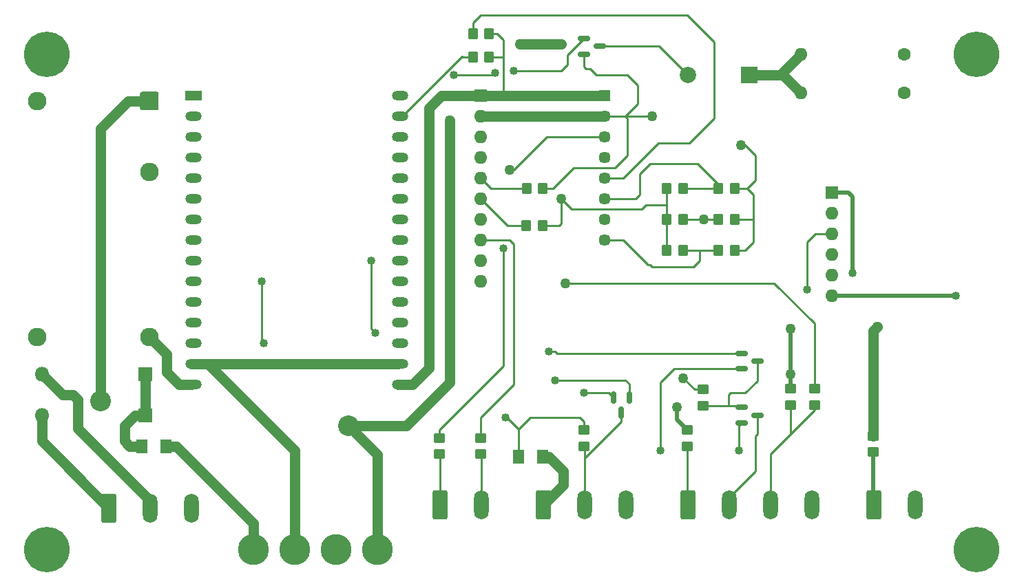
<source format=gbr>
%TF.GenerationSoftware,KiCad,Pcbnew,8.0.8+1*%
%TF.CreationDate,2025-02-28T13:11:41+11:00*%
%TF.ProjectId,mcomms,6d636f6d-6d73-42e6-9b69-6361645f7063,rev?*%
%TF.SameCoordinates,Original*%
%TF.FileFunction,Copper,L1,Top*%
%TF.FilePolarity,Positive*%
%FSLAX46Y46*%
G04 Gerber Fmt 4.6, Leading zero omitted, Abs format (unit mm)*
G04 Created by KiCad (PCBNEW 8.0.8+1) date 2025-02-28 13:11:41*
%MOMM*%
%LPD*%
G01*
G04 APERTURE LIST*
G04 Aperture macros list*
%AMRoundRect*
0 Rectangle with rounded corners*
0 $1 Rounding radius*
0 $2 $3 $4 $5 $6 $7 $8 $9 X,Y pos of 4 corners*
0 Add a 4 corners polygon primitive as box body*
4,1,4,$2,$3,$4,$5,$6,$7,$8,$9,$2,$3,0*
0 Add four circle primitives for the rounded corners*
1,1,$1+$1,$2,$3*
1,1,$1+$1,$4,$5*
1,1,$1+$1,$6,$7*
1,1,$1+$1,$8,$9*
0 Add four rect primitives between the rounded corners*
20,1,$1+$1,$2,$3,$4,$5,0*
20,1,$1+$1,$4,$5,$6,$7,0*
20,1,$1+$1,$6,$7,$8,$9,0*
20,1,$1+$1,$8,$9,$2,$3,0*%
G04 Aperture macros list end*
%TA.AperFunction,SMDPad,CuDef*%
%ADD10RoundRect,0.250000X0.350000X0.450000X-0.350000X0.450000X-0.350000X-0.450000X0.350000X-0.450000X0*%
%TD*%
%TA.AperFunction,SMDPad,CuDef*%
%ADD11RoundRect,0.150000X-0.150000X0.587500X-0.150000X-0.587500X0.150000X-0.587500X0.150000X0.587500X0*%
%TD*%
%TA.AperFunction,ComponentPad*%
%ADD12C,2.600000*%
%TD*%
%TA.AperFunction,ConnectorPad*%
%ADD13C,3.800000*%
%TD*%
%TA.AperFunction,ComponentPad*%
%ADD14RoundRect,0.250000X-0.650000X-1.550000X0.650000X-1.550000X0.650000X1.550000X-0.650000X1.550000X0*%
%TD*%
%TA.AperFunction,ComponentPad*%
%ADD15O,1.800000X3.600000*%
%TD*%
%TA.AperFunction,SMDPad,CuDef*%
%ADD16RoundRect,0.250000X-0.350000X-0.450000X0.350000X-0.450000X0.350000X0.450000X-0.350000X0.450000X0*%
%TD*%
%TA.AperFunction,ComponentPad*%
%ADD17C,1.600000*%
%TD*%
%TA.AperFunction,ComponentPad*%
%ADD18O,1.600000X1.600000*%
%TD*%
%TA.AperFunction,SMDPad,CuDef*%
%ADD19RoundRect,0.250000X-0.450000X0.350000X-0.450000X-0.350000X0.450000X-0.350000X0.450000X0.350000X0*%
%TD*%
%TA.AperFunction,ComponentPad*%
%ADD20RoundRect,0.250000X0.893000X0.893000X-0.893000X0.893000X-0.893000X-0.893000X0.893000X-0.893000X0*%
%TD*%
%TA.AperFunction,ComponentPad*%
%ADD21C,2.286000*%
%TD*%
%TA.AperFunction,SMDPad,CuDef*%
%ADD22RoundRect,0.150000X-0.587500X-0.150000X0.587500X-0.150000X0.587500X0.150000X-0.587500X0.150000X0*%
%TD*%
%TA.AperFunction,ComponentPad*%
%ADD23C,5.600000*%
%TD*%
%TA.AperFunction,ComponentPad*%
%ADD24R,1.450000X1.450000*%
%TD*%
%TA.AperFunction,ComponentPad*%
%ADD25C,1.450000*%
%TD*%
%TA.AperFunction,SMDPad,CuDef*%
%ADD26RoundRect,0.250000X0.450000X-0.350000X0.450000X0.350000X-0.450000X0.350000X-0.450000X-0.350000X0*%
%TD*%
%TA.AperFunction,ComponentPad*%
%ADD27R,2.000000X2.000000*%
%TD*%
%TA.AperFunction,ComponentPad*%
%ADD28C,2.000000*%
%TD*%
%TA.AperFunction,ComponentPad*%
%ADD29R,1.600000X1.600000*%
%TD*%
%TA.AperFunction,SMDPad,CuDef*%
%ADD30RoundRect,0.250001X-0.462499X-0.624999X0.462499X-0.624999X0.462499X0.624999X-0.462499X0.624999X0*%
%TD*%
%TA.AperFunction,ComponentPad*%
%ADD31R,1.800000X1.800000*%
%TD*%
%TA.AperFunction,ComponentPad*%
%ADD32O,1.800000X1.800000*%
%TD*%
%TA.AperFunction,ComponentPad*%
%ADD33R,2.000000X1.200000*%
%TD*%
%TA.AperFunction,ComponentPad*%
%ADD34O,2.000000X1.200000*%
%TD*%
%TA.AperFunction,SMDPad,CuDef*%
%ADD35RoundRect,0.250001X0.462499X0.624999X-0.462499X0.624999X-0.462499X-0.624999X0.462499X-0.624999X0*%
%TD*%
%TA.AperFunction,ViaPad*%
%ADD36C,1.270000*%
%TD*%
%TA.AperFunction,ViaPad*%
%ADD37C,1.016000*%
%TD*%
%TA.AperFunction,ViaPad*%
%ADD38C,2.540000*%
%TD*%
%TA.AperFunction,Conductor*%
%ADD39C,0.254000*%
%TD*%
%TA.AperFunction,Conductor*%
%ADD40C,1.270000*%
%TD*%
%TA.AperFunction,Conductor*%
%ADD41C,0.508000*%
%TD*%
G04 APERTURE END LIST*
D10*
%TO.P,R14,1*%
%TO.N,/A1*%
X141700000Y-40640000D03*
%TO.P,R14,2*%
%TO.N,+3.3V*%
X139700000Y-40640000D03*
%TD*%
D11*
%TO.P,Q4,1,G*%
%TO.N,/SOC_PPS*%
X135062000Y-62562500D03*
%TO.P,Q4,2,S*%
%TO.N,GND*%
X133162000Y-62562500D03*
%TO.P,Q4,3,D*%
%TO.N,/SOC_PPSG*%
X134112000Y-64437500D03*
%TD*%
D12*
%TO.P,H4,1,1*%
%TO.N,+12V*%
X104140000Y-81280000D03*
D13*
X104140000Y-81280000D03*
%TD*%
D12*
%TO.P,H3,1,1*%
%TO.N,GND*%
X99060000Y-81280000D03*
D13*
X99060000Y-81280000D03*
%TD*%
D10*
%TO.P,R15,1*%
%TO.N,/A0*%
X141700000Y-44450000D03*
%TO.P,R15,2*%
%TO.N,+3.3V*%
X139700000Y-44450000D03*
%TD*%
D14*
%TO.P,J3,1,Pin_1*%
%TO.N,/VMONEN*%
X165155000Y-75807500D03*
D15*
%TO.P,J3,2,Pin_2*%
%TO.N,GND*%
X170235000Y-75807500D03*
%TD*%
D16*
%TO.P,R20,1*%
%TO.N,/SCL*%
X115840000Y-20730000D03*
%TO.P,R20,2*%
%TO.N,+3.3V*%
X117840000Y-20730000D03*
%TD*%
D17*
%TO.P,R2,1*%
%TO.N,+12V*%
X168910000Y-20320000D03*
D18*
%TO.P,R2,2*%
%TO.N,/BUZ+*%
X156210000Y-20320000D03*
%TD*%
D19*
%TO.P,R7,1*%
%TO.N,+12V*%
X165100000Y-67310000D03*
%TO.P,R7,2*%
%TO.N,/VMONEN*%
X165100000Y-69310000D03*
%TD*%
D20*
%TO.P,U2,1,Vin_p*%
%TO.N,+12V*%
X76115000Y-26140000D03*
D21*
%TO.P,U2,2,Vin_gnd*%
%TO.N,GND*%
X62315000Y-26140000D03*
%TO.P,U2,3,VO_GND*%
X62315000Y-55140000D03*
%TO.P,U2,4,V5V_p*%
%TO.N,+5V*%
X76115000Y-55140000D03*
%TO.P,U2,5,EN*%
%TO.N,unconnected-(U2-EN-Pad5)*%
X76098400Y-34798000D03*
%TD*%
D22*
%TO.P,Q2,1,G*%
%TO.N,/TXD2*%
X148922500Y-57150000D03*
%TO.P,Q2,2,S*%
%TO.N,GND*%
X148922500Y-59050000D03*
%TO.P,Q2,3,D*%
%TO.N,/TXD2N*%
X150797500Y-58100000D03*
%TD*%
D10*
%TO.P,R13,1*%
%TO.N,/A2*%
X141700000Y-36830000D03*
%TO.P,R13,2*%
%TO.N,+3.3V*%
X139700000Y-36830000D03*
%TD*%
%TO.P,R12,1*%
%TO.N,GND*%
X124460000Y-36830000D03*
%TO.P,R12,2*%
%TO.N,Net-(U3-ADDR)*%
X122460000Y-36830000D03*
%TD*%
D14*
%TO.P,J1,1,Pin_1*%
%TO.N,Net-(D1-A)*%
X71120000Y-76200000D03*
D15*
%TO.P,J1,2,Pin_2*%
%TO.N,Net-(D2-A)*%
X76200000Y-76200000D03*
%TO.P,J1,3,Pin_3*%
%TO.N,GND*%
X81280000Y-76200000D03*
%TD*%
D23*
%TO.P,H5,1*%
%TO.N,N/C*%
X63500000Y-20320000D03*
%TD*%
D10*
%TO.P,R18,1*%
%TO.N,GND*%
X148050000Y-44450000D03*
%TO.P,R18,2*%
%TO.N,/A0*%
X146050000Y-44450000D03*
%TD*%
D24*
%TO.P,U4,1,VCC*%
%TO.N,+3.3V*%
X132080000Y-25400000D03*
D25*
%TO.P,U4,2,GND*%
%TO.N,GND*%
X132080000Y-27940000D03*
%TO.P,U4,3,WP*%
%TO.N,/WP*%
X132080000Y-30480000D03*
%TO.P,U4,4,SCL*%
%TO.N,/SCL*%
X132080000Y-33020000D03*
%TO.P,U4,5,SDA*%
%TO.N,/SDA*%
X132080000Y-35560000D03*
%TO.P,U4,6,A2*%
%TO.N,/A2*%
X132080000Y-38100000D03*
%TO.P,U4,7,A1*%
%TO.N,/A1*%
X132080000Y-40640000D03*
%TO.P,U4,8,A0*%
%TO.N,/A0*%
X132080000Y-43180000D03*
%TD*%
D19*
%TO.P,R9,1*%
%TO.N,/SH+R*%
X111760000Y-67580000D03*
%TO.P,R9,2*%
%TO.N,/SHUNT+*%
X111760000Y-69580000D03*
%TD*%
D16*
%TO.P,R19,1*%
%TO.N,/SDA*%
X115840000Y-17780000D03*
%TO.P,R19,2*%
%TO.N,+3.3V*%
X117840000Y-17780000D03*
%TD*%
%TO.P,R11,1*%
%TO.N,/ADC_ALRT*%
X122428000Y-41402000D03*
%TO.P,R11,2*%
%TO.N,+3.3V*%
X124428000Y-41402000D03*
%TD*%
D26*
%TO.P,R10,1*%
%TO.N,/SHUNT-*%
X116840000Y-69580000D03*
%TO.P,R10,2*%
%TO.N,/SH-R*%
X116840000Y-67580000D03*
%TD*%
D27*
%TO.P,BZ1,1,+*%
%TO.N,/BUZ+*%
X149860000Y-22860000D03*
D28*
%TO.P,BZ1,2,-*%
%TO.N,/BUZ-*%
X142260000Y-22860000D03*
%TD*%
D26*
%TO.P,R4,1*%
%TO.N,/MISO+*%
X157890000Y-63500000D03*
%TO.P,R4,2*%
%TO.N,/RXD2*%
X157890000Y-61500000D03*
%TD*%
D10*
%TO.P,R16,1*%
%TO.N,GND*%
X148050000Y-36830000D03*
%TO.P,R16,2*%
%TO.N,/A2*%
X146050000Y-36830000D03*
%TD*%
D29*
%TO.P,U3,1,VDD*%
%TO.N,+3.3V*%
X116840000Y-25400000D03*
D18*
%TO.P,U3,2,GND*%
%TO.N,GND*%
X116840000Y-27940000D03*
%TO.P,U3,3,SCL*%
%TO.N,/SCL*%
X116840000Y-30480000D03*
%TO.P,U3,4,SDA*%
%TO.N,/SDA*%
X116840000Y-33020000D03*
%TO.P,U3,5,ADDR*%
%TO.N,Net-(U3-ADDR)*%
X116840000Y-35560000D03*
%TO.P,U3,6,ALRT*%
%TO.N,/ADC_ALRT*%
X116840000Y-38100000D03*
%TO.P,U3,7,AN0*%
%TO.N,/SH+R*%
X116840000Y-40640000D03*
%TO.P,U3,8,AN1*%
%TO.N,/SH-R*%
X116840000Y-43180000D03*
%TO.P,U3,9,AN2*%
%TO.N,unconnected-(U3-AN2-Pad9)*%
X116840000Y-45720000D03*
%TO.P,U3,10,AN3*%
%TO.N,unconnected-(U3-AN3-Pad10)*%
X116840000Y-48260000D03*
%TD*%
D12*
%TO.P,H1,1,1*%
%TO.N,Net-(F1-Pad1)*%
X88900000Y-81280000D03*
D13*
X88900000Y-81280000D03*
%TD*%
D22*
%TO.P,Q1,1,G*%
%TO.N,/BUZ*%
X129540000Y-18420000D03*
%TO.P,Q1,2,S*%
%TO.N,GND*%
X129540000Y-20320000D03*
%TO.P,Q1,3,D*%
%TO.N,/BUZ-*%
X131415000Y-19370000D03*
%TD*%
%TO.P,Q3,1,G*%
%TO.N,/TXD2N*%
X148922500Y-63820000D03*
%TO.P,Q3,2,S*%
%TO.N,GND*%
X148922500Y-65720000D03*
%TO.P,Q3,3,D*%
%TO.N,/MOSI-*%
X150797500Y-64770000D03*
%TD*%
D29*
%TO.P,U5,1,3V3*%
%TO.N,+3.3V*%
X160020000Y-37338000D03*
D18*
%TO.P,U5,2,CS*%
%TO.N,Net-(U1-D15)*%
X160020000Y-39878000D03*
%TO.P,U5,3,MOSI*%
%TO.N,Net-(U1-D13)*%
X160020000Y-42418000D03*
%TO.P,U5,4,CLK*%
%TO.N,Net-(U1-D14)*%
X160020000Y-44958000D03*
%TO.P,U5,5,MISO*%
%TO.N,Net-(U1-D12)*%
X160020000Y-47498000D03*
%TO.P,U5,6,GND*%
%TO.N,GND*%
X160020000Y-50038000D03*
%TD*%
D26*
%TO.P,R3,1*%
%TO.N,/MISO+*%
X154940000Y-63500000D03*
%TO.P,R3,2*%
%TO.N,+3.3V*%
X154940000Y-61500000D03*
%TD*%
D30*
%TO.P,F2,1*%
%TO.N,+12V*%
X121485000Y-69850000D03*
%TO.P,F2,2*%
%TO.N,Net-(J5-Pin_1)*%
X124460000Y-69850000D03*
%TD*%
D23*
%TO.P,H7,1*%
%TO.N,N/C*%
X177800000Y-20320000D03*
%TD*%
D14*
%TO.P,J4,1,Pin_1*%
%TO.N,/SHUNT+*%
X111815000Y-75807500D03*
D15*
%TO.P,J4,2,Pin_2*%
%TO.N,/SHUNT-*%
X116895000Y-75807500D03*
%TD*%
D31*
%TO.P,D2,1,K*%
%TO.N,Net-(D1-K)*%
X75565000Y-59690000D03*
D32*
%TO.P,D2,2,A*%
%TO.N,Net-(D2-A)*%
X62865000Y-59690000D03*
%TD*%
D26*
%TO.P,R5,1*%
%TO.N,/TXD2N*%
X144145000Y-63595000D03*
%TO.P,R5,2*%
%TO.N,+3.3V*%
X144145000Y-61595000D03*
%TD*%
D17*
%TO.P,R1,1*%
%TO.N,+5V*%
X168910000Y-25070000D03*
D18*
%TO.P,R1,2*%
%TO.N,/BUZ+*%
X156210000Y-25070000D03*
%TD*%
D19*
%TO.P,R8,1*%
%TO.N,+12V*%
X129540000Y-66580000D03*
%TO.P,R8,2*%
%TO.N,/SOC_PPSG*%
X129540000Y-68580000D03*
%TD*%
D33*
%TO.P,U1,1,EN*%
%TO.N,unconnected-(U1-EN-Pad1)*%
X81534000Y-25400000D03*
D34*
%TO.P,U1,2,VP*%
%TO.N,unconnected-(U1-VP-Pad2)*%
X81534000Y-27940000D03*
%TO.P,U1,3,VN*%
%TO.N,unconnected-(U1-VN-Pad3)*%
X81534000Y-30480000D03*
%TO.P,U1,4,D34*%
%TO.N,/ADC_ALRT*%
X81534000Y-33020000D03*
%TO.P,U1,5,D35*%
%TO.N,unconnected-(U1-D35-Pad5)*%
X81534000Y-35560000D03*
%TO.P,U1,6,D32*%
%TO.N,unconnected-(U1-D32-Pad6)*%
X81534000Y-38100000D03*
%TO.P,U1,7,D33*%
%TO.N,unconnected-(U1-D33-Pad7)*%
X81534000Y-40640000D03*
%TO.P,U1,8,D25*%
%TO.N,/WP*%
X81534000Y-43180000D03*
%TO.P,U1,9,D26*%
%TO.N,unconnected-(U1-D26-Pad9)*%
X81534000Y-45720000D03*
%TO.P,U1,10,D27*%
%TO.N,/SOC_PPS*%
X81534000Y-48260000D03*
%TO.P,U1,11,D14*%
%TO.N,Net-(U1-D14)*%
X81534000Y-50800000D03*
%TO.P,U1,12,D12*%
%TO.N,Net-(U1-D12)*%
X81534000Y-53340000D03*
%TO.P,U1,13,D13*%
%TO.N,Net-(U1-D13)*%
X81534000Y-55880000D03*
%TO.P,U1,14,GND*%
%TO.N,GND*%
X81534000Y-58420000D03*
%TO.P,U1,15,VIN*%
%TO.N,+5V*%
X81534000Y-60960000D03*
%TO.P,U1,16,3V3*%
%TO.N,+3.3V*%
X106934000Y-60960000D03*
%TO.P,U1,17,GND*%
%TO.N,GND*%
X106934000Y-58420000D03*
%TO.P,U1,18,D15*%
%TO.N,Net-(U1-D15)*%
X106934000Y-55880000D03*
%TO.P,U1,19,D2*%
%TO.N,unconnected-(U1-D2-Pad19)*%
X106934000Y-53340000D03*
%TO.P,U1,20,D4*%
%TO.N,unconnected-(U1-D4-Pad20)*%
X106934000Y-50800000D03*
%TO.P,U1,21,D16*%
%TO.N,/RXD2*%
X106934000Y-48260000D03*
%TO.P,U1,22,D17*%
%TO.N,/TXD2*%
X106934000Y-45720000D03*
%TO.P,U1,23,D5*%
%TO.N,unconnected-(U1-D5-Pad23)*%
X106934000Y-43180000D03*
%TO.P,U1,24,D18*%
%TO.N,unconnected-(U1-D18-Pad24)*%
X106934000Y-40640000D03*
%TO.P,U1,25,D19*%
%TO.N,unconnected-(U1-D19-Pad25)*%
X106934000Y-38100000D03*
%TO.P,U1,26,D21*%
%TO.N,/SDA*%
X106934000Y-35560000D03*
%TO.P,U1,27,RXD0*%
%TO.N,unconnected-(U1-RXD0-Pad27)*%
X106934000Y-33020000D03*
%TO.P,U1,28,TXD0*%
%TO.N,unconnected-(U1-TXD0-Pad28)*%
X106934000Y-30480000D03*
%TO.P,U1,29,D22*%
%TO.N,/SCL*%
X106934000Y-27940000D03*
%TO.P,U1,30,D23*%
%TO.N,/BUZ*%
X106934000Y-25400000D03*
%TD*%
D14*
%TO.P,J5,1,Pin_1*%
%TO.N,Net-(J5-Pin_1)*%
X124515000Y-75807500D03*
D15*
%TO.P,J5,2,Pin_2*%
%TO.N,/SOC_PPSG*%
X129595000Y-75807500D03*
%TO.P,J5,3,Pin_3*%
%TO.N,GND*%
X134675000Y-75807500D03*
%TD*%
D12*
%TO.P,H2,1,1*%
%TO.N,GND*%
X93980000Y-81280000D03*
D13*
X93980000Y-81280000D03*
%TD*%
D19*
%TO.P,R6,1*%
%TO.N,+12V*%
X142240000Y-66580000D03*
%TO.P,R6,2*%
%TO.N,/MOSI+*%
X142240000Y-68580000D03*
%TD*%
D35*
%TO.P,F1,1*%
%TO.N,Net-(F1-Pad1)*%
X78105000Y-68580000D03*
%TO.P,F1,2*%
%TO.N,Net-(D1-K)*%
X75130000Y-68580000D03*
%TD*%
D23*
%TO.P,H6,1*%
%TO.N,N/C*%
X63500000Y-81280000D03*
%TD*%
D14*
%TO.P,J2,1,Pin_1*%
%TO.N,/MOSI+*%
X142295000Y-75807500D03*
D15*
%TO.P,J2,2,Pin_2*%
%TO.N,/MOSI-*%
X147375000Y-75807500D03*
%TO.P,J2,3,Pin_3*%
%TO.N,/MISO+*%
X152455000Y-75807500D03*
%TO.P,J2,4,Pin_4*%
%TO.N,GND*%
X157535000Y-75807500D03*
%TD*%
D10*
%TO.P,R17,1*%
%TO.N,GND*%
X148050000Y-40640000D03*
%TO.P,R17,2*%
%TO.N,/A1*%
X146050000Y-40640000D03*
%TD*%
D23*
%TO.P,H8,1*%
%TO.N,N/C*%
X177800000Y-81280000D03*
%TD*%
D31*
%TO.P,D1,1,K*%
%TO.N,Net-(D1-K)*%
X75565000Y-64770000D03*
D32*
%TO.P,D1,2,A*%
%TO.N,Net-(D1-A)*%
X62865000Y-64770000D03*
%TD*%
D36*
%TO.N,/WP*%
X120396000Y-34544000D03*
D37*
%TO.N,GND*%
X138938000Y-69088000D03*
X148590000Y-69088000D03*
D36*
X148844000Y-31496000D03*
X137922000Y-27940000D03*
D37*
X129540000Y-61976000D03*
X175260000Y-50038000D03*
D36*
%TO.N,+3.3V*%
X110490000Y-54102000D03*
X126746000Y-38100000D03*
X154940000Y-54102000D03*
D37*
X162560000Y-47244000D03*
D36*
X154940000Y-59690000D03*
X141732000Y-60198000D03*
D37*
%TO.N,/BUZ*%
X113538000Y-22860000D03*
X118618000Y-22606000D03*
X120904000Y-22352000D03*
D36*
%TO.N,/RXD2*%
X127254000Y-48514000D03*
D37*
%TO.N,/SOC_PPS*%
X90170000Y-55880000D03*
X89916000Y-48260000D03*
X125984000Y-60452000D03*
%TO.N,Net-(U1-D13)*%
X156972000Y-49276000D03*
%TO.N,/TXD2*%
X103886000Y-54610000D03*
X125222000Y-56896000D03*
X103378000Y-45720000D03*
%TO.N,+12V*%
X119888000Y-65024000D03*
D36*
X140970000Y-63754000D03*
X165608000Y-53848000D03*
D38*
X100584000Y-66040000D03*
D36*
X126746000Y-19050000D03*
X165100000Y-63754000D03*
D38*
X70104000Y-62992000D03*
D36*
X121666000Y-19050000D03*
X113030000Y-28448000D03*
D37*
%TO.N,/SH+R*%
X119634000Y-44196000D03*
D36*
%TO.N,/A1*%
X144272000Y-40640000D03*
%TD*%
D39*
%TO.N,/WP*%
X132080000Y-30480000D02*
X124968000Y-30480000D01*
X124968000Y-30480000D02*
X120904000Y-34544000D01*
X120904000Y-34544000D02*
X120396000Y-34544000D01*
%TO.N,GND*%
X148050000Y-44450000D02*
X149352000Y-44450000D01*
X134874000Y-32766000D02*
X134874000Y-28194000D01*
X150368000Y-37592000D02*
X149606000Y-36830000D01*
X130556000Y-61976000D02*
X129540000Y-61976000D01*
X150368000Y-43434000D02*
X150368000Y-40640000D01*
X140594000Y-59050000D02*
X138938000Y-60706000D01*
D40*
X93980000Y-69088000D02*
X93980000Y-81280000D01*
X81280000Y-58420000D02*
X83312000Y-58420000D01*
D39*
X149606000Y-36830000D02*
X148050000Y-36830000D01*
X138938000Y-60706000D02*
X138938000Y-69088000D01*
X150622000Y-34544000D02*
X150622000Y-32766000D01*
X134112000Y-27940000D02*
X132080000Y-27940000D01*
X148590000Y-66052500D02*
X148590000Y-69088000D01*
X134874000Y-22860000D02*
X136144000Y-24130000D01*
X133162000Y-62562500D02*
X132575500Y-61976000D01*
X132575500Y-61976000D02*
X130556000Y-61976000D01*
D41*
X160020000Y-50038000D02*
X175260000Y-50038000D01*
D39*
X149352000Y-44450000D02*
X150368000Y-43434000D01*
X134874000Y-28194000D02*
X134620000Y-27940000D01*
X150622000Y-35814000D02*
X150622000Y-34544000D01*
X136144000Y-26416000D02*
X134620000Y-27940000D01*
D40*
X106680000Y-58420000D02*
X81280000Y-58420000D01*
D39*
X149352000Y-31496000D02*
X148844000Y-31496000D01*
X136144000Y-24130000D02*
X136144000Y-26416000D01*
X128270000Y-34290000D02*
X133350000Y-34290000D01*
X129540000Y-20320000D02*
X129540000Y-21844000D01*
X148922500Y-59050000D02*
X140594000Y-59050000D01*
D40*
X116840000Y-27940000D02*
X132080000Y-27940000D01*
D39*
X150622000Y-32766000D02*
X149352000Y-31496000D01*
X150368000Y-40640000D02*
X150368000Y-37592000D01*
D40*
X83312000Y-58420000D02*
X93980000Y-69088000D01*
D39*
X148050000Y-40640000D02*
X150368000Y-40640000D01*
X124460000Y-36830000D02*
X125730000Y-36830000D01*
X129794000Y-22098000D02*
X130302000Y-22098000D01*
X137922000Y-27940000D02*
X134112000Y-27940000D01*
X131064000Y-22860000D02*
X134874000Y-22860000D01*
X130302000Y-22098000D02*
X131064000Y-22860000D01*
X125730000Y-36830000D02*
X128270000Y-34290000D01*
X148922500Y-65720000D02*
X148590000Y-66052500D01*
X134620000Y-27940000D02*
X134112000Y-27940000D01*
X149606000Y-36830000D02*
X150622000Y-35814000D01*
X133350000Y-34290000D02*
X134874000Y-32766000D01*
X129540000Y-21844000D02*
X129794000Y-22098000D01*
%TO.N,/ADC_ALRT*%
X116840000Y-38100000D02*
X120142000Y-41402000D01*
X120142000Y-41402000D02*
X122428000Y-41402000D01*
%TO.N,/SDA*%
X115840000Y-16494000D02*
X116840000Y-15494000D01*
X116840000Y-15494000D02*
X142240000Y-15494000D01*
X142240000Y-15494000D02*
X145542000Y-18796000D01*
X142494000Y-31242000D02*
X138684000Y-31242000D01*
X145542000Y-28194000D02*
X142494000Y-31242000D01*
X115840000Y-17780000D02*
X115840000Y-16494000D01*
X134366000Y-35560000D02*
X132080000Y-35560000D01*
X138684000Y-31242000D02*
X134366000Y-35560000D01*
X145542000Y-18796000D02*
X145542000Y-28194000D01*
%TO.N,+3.3V*%
X117840000Y-17780000D02*
X118872000Y-17780000D01*
X126492000Y-41402000D02*
X124428000Y-41402000D01*
X143129000Y-61595000D02*
X141732000Y-60198000D01*
D41*
X154940000Y-54102000D02*
X154940000Y-59690000D01*
D40*
X116840000Y-25400000D02*
X119634000Y-25400000D01*
D39*
X136652000Y-39370000D02*
X128016000Y-39370000D01*
D41*
X162560000Y-47244000D02*
X162560000Y-37846000D01*
D39*
X139700000Y-44450000D02*
X139700000Y-38862000D01*
D41*
X162052000Y-37338000D02*
X160020000Y-37338000D01*
D39*
X126746000Y-41148000D02*
X126492000Y-41402000D01*
X139700000Y-38862000D02*
X139700000Y-36830000D01*
X128016000Y-39370000D02*
X126746000Y-38100000D01*
D40*
X110490000Y-58928000D02*
X110490000Y-26924000D01*
X112014000Y-25400000D02*
X116840000Y-25400000D01*
D41*
X162560000Y-37846000D02*
X162052000Y-37338000D01*
D39*
X144145000Y-61595000D02*
X143129000Y-61595000D01*
D40*
X108458000Y-60960000D02*
X110490000Y-58928000D01*
D39*
X117840000Y-20730000D02*
X119478000Y-20730000D01*
X139700000Y-38862000D02*
X137160000Y-38862000D01*
X119478000Y-20730000D02*
X119634000Y-20574000D01*
D40*
X110490000Y-26924000D02*
X112014000Y-25400000D01*
X106680000Y-60960000D02*
X108458000Y-60960000D01*
X119634000Y-25400000D02*
X132080000Y-25400000D01*
D39*
X137160000Y-38862000D02*
X136652000Y-39370000D01*
X126746000Y-38100000D02*
X126746000Y-41148000D01*
X118872000Y-17780000D02*
X119634000Y-18542000D01*
X126238000Y-38100000D02*
X126746000Y-38100000D01*
X119634000Y-20574000D02*
X119634000Y-25400000D01*
X119634000Y-18542000D02*
X119634000Y-20574000D01*
D41*
X154940000Y-59690000D02*
X154940000Y-61500000D01*
D39*
%TO.N,/SCL*%
X106680000Y-27940000D02*
X107188000Y-27940000D01*
X114710000Y-20730000D02*
X115840000Y-20730000D01*
X114554000Y-20574000D02*
X114710000Y-20730000D01*
X107188000Y-27940000D02*
X114554000Y-20574000D01*
%TO.N,/BUZ*%
X127508000Y-21590000D02*
X126746000Y-22352000D01*
X118364000Y-22860000D02*
X118618000Y-22606000D01*
X129540000Y-18420000D02*
X127508000Y-20452000D01*
X113538000Y-22860000D02*
X118364000Y-22860000D01*
X126746000Y-22352000D02*
X120904000Y-22352000D01*
X127508000Y-20452000D02*
X127508000Y-21590000D01*
D40*
%TO.N,+5V*%
X76115000Y-55140000D02*
X78232000Y-57257000D01*
X79756000Y-60960000D02*
X81280000Y-60960000D01*
X78232000Y-59436000D02*
X79756000Y-60960000D01*
X78232000Y-57257000D02*
X78232000Y-59436000D01*
D39*
%TO.N,/RXD2*%
X157890000Y-53496000D02*
X152908000Y-48514000D01*
X157890000Y-61500000D02*
X157890000Y-53496000D01*
X152908000Y-48514000D02*
X127254000Y-48514000D01*
X127254000Y-48514000D02*
X127000000Y-48514000D01*
%TO.N,/SOC_PPS*%
X134620000Y-60452000D02*
X125984000Y-60452000D01*
X135062000Y-62562500D02*
X135062000Y-60894000D01*
X135062000Y-60894000D02*
X134620000Y-60452000D01*
X89916000Y-55626000D02*
X90170000Y-55880000D01*
X89916000Y-48260000D02*
X89916000Y-55626000D01*
%TO.N,Net-(U1-D13)*%
X157988000Y-42418000D02*
X160020000Y-42418000D01*
X156972000Y-43434000D02*
X157988000Y-42418000D01*
X156972000Y-49276000D02*
X156972000Y-43434000D01*
%TO.N,/TXD2*%
X103378000Y-54102000D02*
X103886000Y-54610000D01*
X103378000Y-45720000D02*
X103378000Y-54102000D01*
X125984000Y-56896000D02*
X125222000Y-56896000D01*
X148922500Y-57150000D02*
X126238000Y-57150000D01*
X126238000Y-57150000D02*
X125984000Y-56896000D01*
D40*
%TO.N,+12V*%
X113030000Y-28448000D02*
X113030000Y-60706000D01*
D39*
X129032000Y-65024000D02*
X122936000Y-65024000D01*
X121485000Y-66475000D02*
X121485000Y-69850000D01*
D40*
X100584000Y-66040000D02*
X104140000Y-69596000D01*
D39*
X121485000Y-66475000D02*
X120034000Y-65024000D01*
X129540000Y-65532000D02*
X129032000Y-65024000D01*
D40*
X73428000Y-26140000D02*
X70104000Y-29464000D01*
X104140000Y-69596000D02*
X104140000Y-81280000D01*
X107696000Y-66040000D02*
X100584000Y-66040000D01*
X70104000Y-61976000D02*
X70104000Y-62992000D01*
D39*
X129540000Y-66580000D02*
X129540000Y-65532000D01*
D41*
X140970000Y-65310000D02*
X142240000Y-66580000D01*
D39*
X120034000Y-65024000D02*
X119888000Y-65024000D01*
D41*
X140970000Y-63754000D02*
X140970000Y-65310000D01*
D40*
X76115000Y-26140000D02*
X73428000Y-26140000D01*
X126746000Y-19050000D02*
X121666000Y-19050000D01*
X165608000Y-53848000D02*
X165100000Y-54356000D01*
D39*
X122936000Y-65024000D02*
X121485000Y-66475000D01*
D40*
X165100000Y-54356000D02*
X165100000Y-67310000D01*
X70104000Y-29464000D02*
X70104000Y-61976000D01*
X113030000Y-60706000D02*
X107696000Y-66040000D01*
%TO.N,/BUZ+*%
X156210000Y-20320000D02*
X154000000Y-22530000D01*
X149860000Y-22860000D02*
X154000000Y-22860000D01*
X154000000Y-22530000D02*
X154000000Y-22860000D01*
X154000000Y-22860000D02*
X156210000Y-25070000D01*
D39*
%TO.N,/SH-R*%
X120396000Y-43180000D02*
X116840000Y-43180000D01*
X116840000Y-67580000D02*
X116840000Y-65024000D01*
X120904000Y-43688000D02*
X120396000Y-43180000D01*
X116840000Y-65024000D02*
X120904000Y-60960000D01*
X120904000Y-60960000D02*
X120904000Y-43688000D01*
%TO.N,Net-(U3-ADDR)*%
X118110000Y-36830000D02*
X116840000Y-35560000D01*
X122460000Y-36830000D02*
X118110000Y-36830000D01*
%TO.N,/SH+R*%
X111760000Y-66548000D02*
X111760000Y-67580000D01*
X119634000Y-44196000D02*
X119634000Y-58674000D01*
X119634000Y-58674000D02*
X111760000Y-66548000D01*
%TO.N,/SHUNT+*%
X111815000Y-75807500D02*
X111815000Y-69635000D01*
X111815000Y-69635000D02*
X111760000Y-69580000D01*
%TO.N,/SOC_PPSG*%
X129595000Y-70104000D02*
X129595000Y-68635000D01*
X129595000Y-75807500D02*
X129595000Y-70104000D01*
X129595000Y-68635000D02*
X129540000Y-68580000D01*
X129595000Y-70049000D02*
X129595000Y-70104000D01*
X134112000Y-65532000D02*
X129595000Y-70049000D01*
X134112000Y-64437500D02*
X134112000Y-65532000D01*
D41*
%TO.N,/VMONEN*%
X165100000Y-69310000D02*
X165100000Y-75752500D01*
X165100000Y-75752500D02*
X165155000Y-75807500D01*
D39*
%TO.N,/MOSI+*%
X142240000Y-75752500D02*
X142295000Y-75807500D01*
X142240000Y-68580000D02*
X142240000Y-75752500D01*
%TO.N,/TXD2N*%
X147574000Y-61976000D02*
X147320000Y-62230000D01*
X150797500Y-60530500D02*
X149352000Y-61976000D01*
X148697500Y-63595000D02*
X148922500Y-63820000D01*
X149352000Y-61976000D02*
X147574000Y-61976000D01*
X147320000Y-63595000D02*
X148697500Y-63595000D01*
X147320000Y-62230000D02*
X147320000Y-63595000D01*
X150797500Y-58100000D02*
X150797500Y-60530500D01*
X144145000Y-63595000D02*
X147320000Y-63595000D01*
%TO.N,/MISO+*%
X154940000Y-67056000D02*
X154940000Y-63500000D01*
X152455000Y-75807500D02*
X152455000Y-69541000D01*
X152455000Y-69541000D02*
X154940000Y-67056000D01*
X154940000Y-67056000D02*
X157890000Y-64106000D01*
X157890000Y-64106000D02*
X157890000Y-63500000D01*
%TO.N,/SHUNT-*%
X116895000Y-75807500D02*
X116895000Y-69635000D01*
X116895000Y-69635000D02*
X116840000Y-69580000D01*
%TO.N,/A2*%
X136398000Y-35052000D02*
X136398000Y-37592000D01*
X146050000Y-36322000D02*
X143510000Y-33782000D01*
X135890000Y-38100000D02*
X132080000Y-38100000D01*
X136398000Y-37592000D02*
X135890000Y-38100000D01*
X146050000Y-36830000D02*
X146050000Y-36322000D01*
X137668000Y-33782000D02*
X136398000Y-35052000D01*
X143510000Y-33782000D02*
X137668000Y-33782000D01*
X141700000Y-36830000D02*
X146050000Y-36830000D01*
%TO.N,/A1*%
X144018000Y-40640000D02*
X141700000Y-40640000D01*
X146050000Y-40640000D02*
X144272000Y-40640000D01*
X144272000Y-40640000D02*
X144018000Y-40640000D01*
%TO.N,/A0*%
X134366000Y-43180000D02*
X137414000Y-46228000D01*
X132080000Y-43180000D02*
X134366000Y-43180000D01*
X143002000Y-46482000D02*
X143764000Y-45720000D01*
X143764000Y-44450000D02*
X146050000Y-44450000D01*
X137668000Y-46228000D02*
X137922000Y-46482000D01*
X137922000Y-46482000D02*
X143002000Y-46482000D01*
X141700000Y-44450000D02*
X143764000Y-44450000D01*
X143764000Y-45720000D02*
X143764000Y-44450000D01*
X137414000Y-46228000D02*
X137668000Y-46228000D01*
%TO.N,/BUZ-*%
X131415000Y-19370000D02*
X138770000Y-19370000D01*
X138770000Y-19370000D02*
X142260000Y-22860000D01*
%TO.N,/MOSI-*%
X147375000Y-74875000D02*
X150622000Y-71628000D01*
X147375000Y-75807500D02*
X147375000Y-74875000D01*
X150876000Y-66548000D02*
X150797500Y-66469500D01*
X150797500Y-66469500D02*
X150797500Y-64770000D01*
X150876000Y-67056000D02*
X150876000Y-66548000D01*
X150622000Y-71628000D02*
X150622000Y-67310000D01*
X150622000Y-67310000D02*
X150876000Y-67056000D01*
D40*
%TO.N,Net-(F1-Pad1)*%
X88900000Y-81280000D02*
X88900000Y-78105000D01*
X79375000Y-68580000D02*
X78105000Y-68580000D01*
X88900000Y-78105000D02*
X79375000Y-68580000D01*
%TO.N,Net-(J5-Pin_1)*%
X127000000Y-71628000D02*
X125222000Y-69850000D01*
X125222000Y-69850000D02*
X124460000Y-69850000D01*
D39*
X124460000Y-75752500D02*
X124515000Y-75807500D01*
D40*
X127000000Y-73322500D02*
X127000000Y-71628000D01*
X124515000Y-75807500D02*
X127000000Y-73322500D01*
%TO.N,Net-(D1-K)*%
X75130000Y-68580000D02*
X73660000Y-68580000D01*
X75565000Y-59690000D02*
X75565000Y-64770000D01*
X74295000Y-64770000D02*
X75565000Y-64770000D01*
X73025000Y-67945000D02*
X73025000Y-66040000D01*
X73660000Y-68580000D02*
X73025000Y-67945000D01*
X73025000Y-66040000D02*
X74295000Y-64770000D01*
%TO.N,Net-(D2-A)*%
X66675000Y-62230000D02*
X65405000Y-62230000D01*
X76200000Y-76200000D02*
X76200000Y-75300000D01*
X65405000Y-62230000D02*
X62865000Y-59690000D01*
X76200000Y-75300000D02*
X67310000Y-66410000D01*
X67310000Y-62865000D02*
X66675000Y-62230000D01*
X67310000Y-66410000D02*
X67310000Y-62865000D01*
%TO.N,Net-(D1-A)*%
X62865000Y-67945000D02*
X62865000Y-64770000D01*
X71120000Y-76200000D02*
X62865000Y-67945000D01*
%TD*%
M02*

</source>
